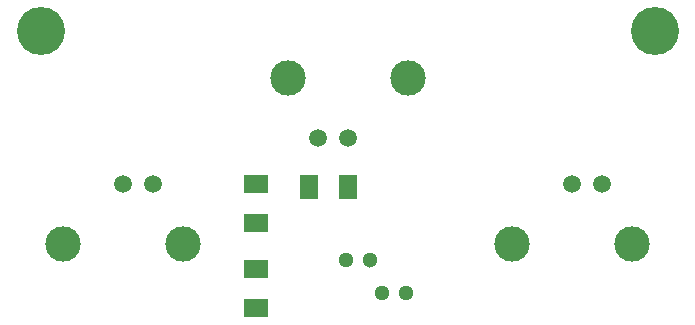
<source format=gts>
G04 (created by PCBNEW (2013-mar-13)-testing) date Sun 08 Sep 2013 12:49:30 PM PDT*
%MOIN*%
G04 Gerber Fmt 3.4, Leading zero omitted, Abs format*
%FSLAX34Y34*%
G01*
G70*
G90*
G04 APERTURE LIST*
%ADD10C,0.005906*%
%ADD11C,0.118100*%
%ADD12C,0.059100*%
%ADD13R,0.080000X0.060000*%
%ADD14R,0.060000X0.080000*%
%ADD15C,0.051200*%
%ADD16C,0.051181*%
%ADD17C,0.160000*%
G04 APERTURE END LIST*
G54D10*
G54D11*
X45700Y-48043D03*
X41700Y-48043D03*
G54D12*
X43700Y-46043D03*
X44700Y-46043D03*
G54D11*
X49181Y-42507D03*
X53181Y-42507D03*
G54D12*
X51181Y-44507D03*
X50181Y-44507D03*
G54D11*
X60661Y-48043D03*
X56661Y-48043D03*
G54D12*
X58661Y-46043D03*
X59661Y-46043D03*
G54D13*
X48110Y-46042D03*
X48110Y-47342D03*
X48110Y-48877D03*
X48110Y-50177D03*
G54D14*
X49901Y-46141D03*
X51201Y-46141D03*
G54D15*
X51141Y-48582D03*
X53110Y-49684D03*
G54D16*
X51929Y-48582D03*
G54D15*
X52322Y-49685D03*
G54D17*
X40944Y-40944D03*
X61417Y-40944D03*
M02*

</source>
